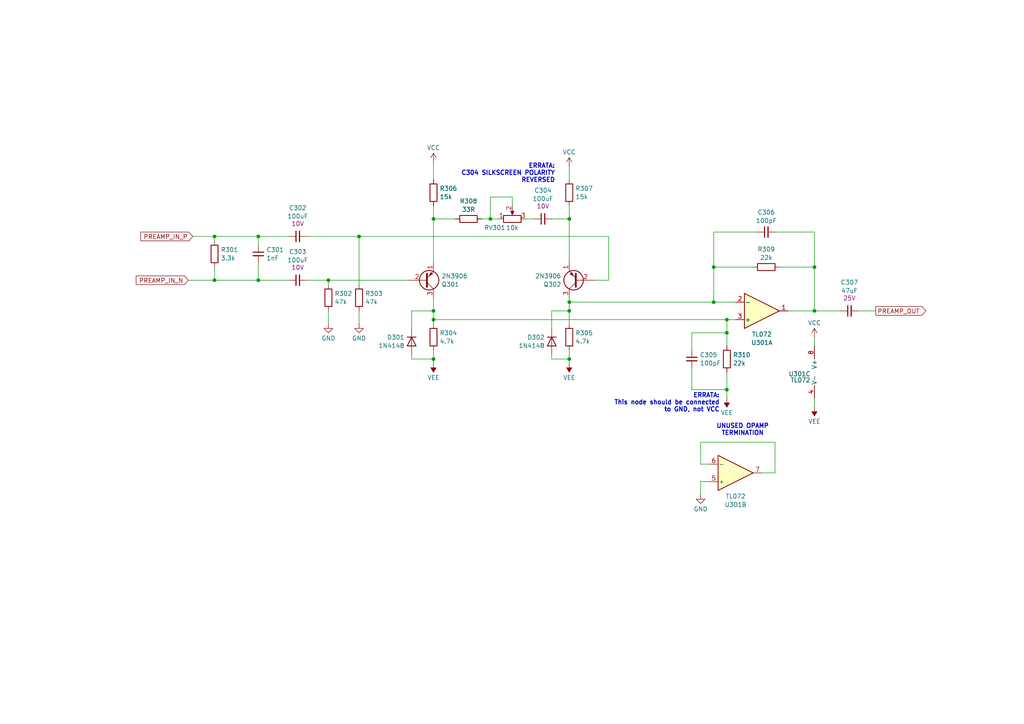
<source format=kicad_sch>
(kicad_sch (version 20231120) (generator "eeschema") (generator_version "8.0")
  (paper "A4")
  (title_block (title "Preamp. Circuit") (company "Soundstage"))
  (lib_symbols
    (symbol "Amplifier_Operational:TL072" (pin_names (offset 0.127))
      (property "Reference" "U" (at 0 5.08 0))
      (property "Value" "TL072" (at 0 -5.08 0))
      (symbol "TL072_1_1"
        (polyline (pts (xy -5.08 5.08) (xy 5.08 0) (xy -5.08 -5.08) (xy -5.08 5.08)) (stroke (width 0.254)) (fill (type background)))
        (pin output line (at 7.62 0 180) (length 2.54) (name "~") (number "1"))
        (pin input line (at -7.62 -2.54 0) (length 2.54) (name "-") (number "2"))
        (pin input line (at -7.62 2.54 0) (length 2.54) (name "+") (number "3"))
      )
      (symbol "TL072_2_1"
        (polyline (pts (xy -5.08 5.08) (xy 5.08 0) (xy -5.08 -5.08) (xy -5.08 5.08)) (stroke (width 0.254)) (fill (type background)))
        (pin input line (at -7.62 2.54 0) (length 2.54) (name "+") (number "5"))
        (pin input line (at -7.62 -2.54 0) (length 2.54) (name "-") (number "6"))
        (pin output line (at 7.62 0 180) (length 2.54) (name "~") (number "7"))
      )
      (symbol "TL072_3_1"
        (pin power_in line (at -2.54 -7.62 90) (length 3.81) (name "V-") (number "4"))
        (pin power_in line (at -2.54 7.62 270) (length 3.81) (name "V+") (number "8"))
      )
    )
    (symbol "Device:C_Small" (pin_numbers hide) (pin_names (offset 0.254) hide)
      (property "Reference" "C" (at 0.254 1.778 0))
      (property "Value" "C_Small" (at 0.254 -2.032 0))
      (symbol "C_Small_0_1"
        (polyline (pts (xy -1.524 -0.508) (xy 1.524 -0.508)) (stroke (width 0.3302)))
        (polyline (pts (xy -1.524 0.508) (xy 1.524 0.508)) (stroke (width 0.3048)))
      )
      (symbol "C_Small_1_1"
        (pin passive line (at 0 2.54 270) (length 2.032) (name "~") (number "1"))
        (pin passive line (at 0 -2.54 90) (length 2.032) (name "~") (number "2"))
      )
    )
    (symbol "Device:R" (pin_numbers hide) (pin_names (offset 0))
      (property "Reference" "R" (at 2.032 0 90))
      (property "Value" "R" (at 0 0 90))
      (symbol "R_0_1"
        (rectangle (start -1.016 -2.54) (end 1.016 2.54) (stroke (width 0.254)))
      )
      (symbol "R_1_1"
        (pin passive line (at 0 3.81 270) (length 1.27) (name "~") (number "1"))
        (pin passive line (at 0 -3.81 90) (length 1.27) (name "~") (number "2"))
      )
    )
    (symbol "Device:R_Potentiometer" (pin_names (offset 1.016) hide)
      (property "Reference" "RV" (at -4.445 0 90))
      (property "Value" "R_Potentiometer" (at -2.54 0 90))
      (symbol "R_Potentiometer_0_1"
        (polyline (pts (xy 2.54 0) (xy 1.524 0)))
        (polyline (pts (xy 1.143 0) (xy 2.286 0.508) (xy 2.286 -0.508) (xy 1.143 0)) (fill (type outline)))
        (rectangle (start 1.016 2.54) (end -1.016 -2.54) (stroke (width 0.254)))
      )
      (symbol "R_Potentiometer_1_1"
        (pin passive line (at 0 3.81 270) (length 1.27) (name "1") (number "1"))
        (pin passive line (at 3.81 0 180) (length 1.27) (name "2") (number "2"))
        (pin passive line (at 0 -3.81 90) (length 1.27) (name "3") (number "3"))
      )
    )
    (symbol "Diode:1N4148" (pin_numbers hide) (pin_names hide)
      (property "Reference" "D" (at 0 2.54 0))
      (property "Value" "1N4148" (at 0 -2.54 0))
      (symbol "1N4148_0_1"
        (polyline (pts (xy -1.27 1.27) (xy -1.27 -1.27)) (stroke (width 0.254)))
        (polyline (pts (xy 1.27 0) (xy -1.27 0)))
        (polyline (pts (xy 1.27 1.27) (xy 1.27 -1.27) (xy -1.27 0) (xy 1.27 1.27)) (stroke (width 0.254)))
      )
      (symbol "1N4148_1_1"
        (pin passive line (at -3.81 0 0) (length 2.54) (name "K") (number "1"))
        (pin passive line (at 3.81 0 180) (length 2.54) (name "A") (number "2"))
      )
    )
    (symbol "Transistor_BJT:2N3906" (pin_names (offset 0) hide)
      (property "Reference" "Q" (at 5.08 1.905 0))
      (property "Value" "2N3906" (at 5.08 0 0))
      (symbol "2N3906_0_1"
        (polyline (pts (xy 0.635 0.635) (xy 2.54 2.54)))
        (polyline (pts (xy 0.635 -0.635) (xy 2.54 -2.54) (xy 2.54 -2.54)))
        (polyline (pts (xy 0.635 1.905) (xy 0.635 -1.905) (xy 0.635 -1.905)) (stroke (width 0.508)))
        (polyline (pts (xy 2.286 -1.778) (xy 1.778 -2.286) (xy 1.27 -1.27) (xy 2.286 -1.778) (xy 2.286 -1.778)) (fill (type outline)))
        (circle (center 1.27 0) (radius 2.8194) (stroke (width 0.254)))
      )
      (symbol "2N3906_1_1"
        (pin passive line (at 2.54 -5.08 90) (length 2.54) (name "E") (number "1"))
        (pin input line (at -5.08 0 0) (length 5.715) (name "B") (number "2"))
        (pin passive line (at 2.54 5.08 270) (length 2.54) (name "C") (number "3"))
      )
    )
    (symbol "power:GND" (power) (pin_numbers hide) (pin_names (offset 0) hide)
      (property "Value" "GND" (at 0 -3.81 0))
      (symbol "GND_0_1"
        (polyline (pts (xy 0 0) (xy 0 -1.27) (xy 1.27 -1.27) (xy 0 -2.54) (xy -1.27 -1.27) (xy 0 -1.27)))
      )
      (symbol "GND_1_1"
        (pin power_in line (at 0 0 270) (length 0) (name "~") (number "1"))
      )
    )
    (symbol "power:VCC" (power) (pin_numbers hide) (pin_names (offset 0) hide)
      (property "Value" "VCC" (at 0 3.556 0))
      (symbol "VCC_0_1"
        (polyline (pts (xy -0.762 1.27) (xy 0 2.54)))
        (polyline (pts (xy 0 0) (xy 0 2.54)))
        (polyline (pts (xy 0 2.54) (xy 0.762 1.27)))
      )
      (symbol "VCC_1_1"
        (pin power_in line (at 0 0 90) (length 0) (name "~") (number "1"))
      )
    )
    (symbol "power:VEE" (power) (pin_numbers hide) (pin_names (offset 0) hide)
      (property "Value" "VEE" (at 0 3.556 0))
      (symbol "VEE_0_1"
        (polyline (pts (xy 0 0) (xy 0 2.54)))
        (polyline (pts (xy 0.762 1.27) (xy -0.762 1.27) (xy 0 2.54) (xy 0.762 1.27)) (fill (type outline)))
      )
      (symbol "VEE_1_1"
        (pin power_in line (at 0 0 90) (length 0) (name "~") (number "1"))
      )
    )
  )
  (junction (at 236.22 90.17))
  (junction (at 125.73 104.14))
  (junction (at 104.14 68.58))
  (junction (at 236.22 77.47))
  (junction (at 165.1 87.63))
  (junction (at 95.25 81.28))
  (junction (at 207.01 87.63))
  (junction (at 62.23 68.58))
  (junction (at 125.73 90.17))
  (junction (at 125.73 63.5))
  (junction (at 165.1 63.5))
  (junction (at 74.93 68.58))
  (junction (at 207.01 77.47))
  (junction (at 165.1 90.17))
  (junction (at 125.73 92.71))
  (junction (at 74.93 81.28))
  (junction (at 210.82 113.03))
  (junction (at 165.1 104.14))
  (junction (at 210.82 96.52))
  (junction (at 142.24 63.5))
  (junction (at 62.23 81.28))
  (junction (at 210.82 92.71))
  (wire (pts (xy 172.72 81.28) (xy 176.53 81.28)))
  (wire (pts (xy 148.59 59.69) (xy 148.59 57.15)))
  (wire (pts (xy 125.73 63.5) (xy 125.73 76.2)))
  (wire (pts (xy 207.01 67.31) (xy 207.01 77.47)))
  (wire (pts (xy 119.38 95.25) (xy 119.38 90.17)))
  (wire (pts (xy 210.82 113.03) (xy 210.82 107.95)))
  (wire (pts (xy 165.1 86.36) (xy 165.1 87.63)))
  (wire (pts (xy 119.38 90.17) (xy 125.73 90.17)))
  (wire (pts (xy 74.93 76.2) (xy 74.93 81.28)))
  (wire (pts (xy 236.22 97.79) (xy 236.22 100.33)))
  (wire (pts (xy 125.73 46.99) (xy 125.73 52.07)))
  (wire (pts (xy 95.25 90.17) (xy 95.25 93.98)))
  (wire (pts (xy 125.73 90.17) (xy 125.73 92.71)))
  (wire (pts (xy 218.44 77.47) (xy 207.01 77.47)))
  (wire (pts (xy 224.79 137.16) (xy 220.98 137.16)))
  (wire (pts (xy 74.93 68.58) (xy 74.93 71.12)))
  (wire (pts (xy 55.88 68.58) (xy 62.23 68.58)))
  (wire (pts (xy 88.9 68.58) (xy 104.14 68.58)))
  (wire (pts (xy 200.66 101.6) (xy 200.66 96.52)))
  (wire (pts (xy 205.74 134.62) (xy 203.2 134.62)))
  (wire (pts (xy 248.92 90.17) (xy 254 90.17)))
  (wire (pts (xy 165.1 104.14) (xy 165.1 105.41)))
  (wire (pts (xy 224.79 67.31) (xy 236.22 67.31)))
  (wire (pts (xy 160.02 90.17) (xy 160.02 95.25)))
  (wire (pts (xy 226.06 77.47) (xy 236.22 77.47)))
  (wire (pts (xy 203.2 139.7) (xy 203.2 143.51)))
  (wire (pts (xy 205.74 139.7) (xy 203.2 139.7)))
  (wire (pts (xy 207.01 87.63) (xy 213.36 87.63)))
  (wire (pts (xy 125.73 92.71) (xy 210.82 92.71)))
  (wire (pts (xy 125.73 63.5) (xy 132.08 63.5)))
  (wire (pts (xy 176.53 81.28) (xy 176.53 68.58)))
  (wire (pts (xy 62.23 68.58) (xy 62.23 69.85)))
  (wire (pts (xy 104.14 68.58) (xy 176.53 68.58)))
  (wire (pts (xy 125.73 92.71) (xy 125.73 93.98)))
  (wire (pts (xy 104.14 90.17) (xy 104.14 93.98)))
  (wire (pts (xy 210.82 92.71) (xy 213.36 92.71)))
  (wire (pts (xy 210.82 96.52) (xy 210.82 92.71)))
  (wire (pts (xy 160.02 104.14) (xy 165.1 104.14)))
  (wire (pts (xy 119.38 104.14) (xy 125.73 104.14)))
  (wire (pts (xy 236.22 118.11) (xy 236.22 115.57)))
  (wire (pts (xy 210.82 100.33) (xy 210.82 96.52)))
  (wire (pts (xy 236.22 67.31) (xy 236.22 77.47)))
  (wire (pts (xy 119.38 102.87) (xy 119.38 104.14)))
  (wire (pts (xy 219.71 67.31) (xy 207.01 67.31)))
  (wire (pts (xy 74.93 81.28) (xy 83.82 81.28)))
  (wire (pts (xy 160.02 63.5) (xy 165.1 63.5)))
  (wire (pts (xy 62.23 77.47) (xy 62.23 81.28)))
  (wire (pts (xy 152.4 63.5) (xy 154.94 63.5)))
  (wire (pts (xy 125.73 104.14) (xy 125.73 105.41)))
  (wire (pts (xy 88.9 81.28) (xy 95.25 81.28)))
  (wire (pts (xy 125.73 101.6) (xy 125.73 104.14)))
  (wire (pts (xy 165.1 101.6) (xy 165.1 104.14)))
  (wire (pts (xy 54.61 81.28) (xy 62.23 81.28)))
  (wire (pts (xy 210.82 113.03) (xy 210.82 115.57)))
  (wire (pts (xy 142.24 57.15) (xy 142.24 63.5)))
  (wire (pts (xy 165.1 63.5) (xy 165.1 76.2)))
  (wire (pts (xy 203.2 134.62) (xy 203.2 128.27)))
  (wire (pts (xy 95.25 81.28) (xy 118.11 81.28)))
  (wire (pts (xy 142.24 63.5) (xy 144.78 63.5)))
  (wire (pts (xy 165.1 48.26) (xy 165.1 52.07)))
  (wire (pts (xy 139.7 63.5) (xy 142.24 63.5)))
  (wire (pts (xy 200.66 113.03) (xy 210.82 113.03)))
  (wire (pts (xy 200.66 96.52) (xy 210.82 96.52)))
  (wire (pts (xy 207.01 77.47) (xy 207.01 87.63)))
  (wire (pts (xy 236.22 90.17) (xy 228.6 90.17)))
  (wire (pts (xy 165.1 87.63) (xy 207.01 87.63)))
  (wire (pts (xy 160.02 102.87) (xy 160.02 104.14)))
  (wire (pts (xy 62.23 68.58) (xy 74.93 68.58)))
  (wire (pts (xy 125.73 59.69) (xy 125.73 63.5)))
  (wire (pts (xy 104.14 68.58) (xy 104.14 82.55)))
  (wire (pts (xy 165.1 90.17) (xy 165.1 93.98)))
  (wire (pts (xy 203.2 128.27) (xy 224.79 128.27)))
  (wire (pts (xy 236.22 90.17) (xy 243.84 90.17)))
  (wire (pts (xy 165.1 90.17) (xy 160.02 90.17)))
  (wire (pts (xy 200.66 106.68) (xy 200.66 113.03)))
  (wire (pts (xy 165.1 87.63) (xy 165.1 90.17)))
  (wire (pts (xy 142.24 57.15) (xy 148.59 57.15)))
  (wire (pts (xy 74.93 68.58) (xy 83.82 68.58)))
  (wire (pts (xy 224.79 128.27) (xy 224.79 137.16)))
  (wire (pts (xy 236.22 77.47) (xy 236.22 90.17)))
  (wire (pts (xy 125.73 86.36) (xy 125.73 90.17)))
  (wire (pts (xy 62.23 81.28) (xy 74.93 81.28)))
  (wire (pts (xy 165.1 59.69) (xy 165.1 63.5)))
  (wire (pts (xy 95.25 81.28) (xy 95.25 82.55)))
  (text "ERRATA:\nThis node should be connected\n to GND, not VCC" (at 208.788 116.84 0) (effects (font (size 1.27 1.27) (thickness 0.254) (bold yes)) (justify right)))
  (text "UNUSED OPAMP\nTERMINATION" (at 215.392 124.714 0) (effects (font (size 1.27 1.27) (thickness 0.254) (bold yes))))
  (text "ERRATA:\nC304 SILKSCREEN POLARITY\nREVERSED" (at 161.036 50.292 0) (effects (font (size 1.27 1.27) (thickness 0.254) (bold yes)) (justify right)))
  (global_label "PREAMP_IN_N" (shape input) (at 54.61 81.28 180) (property "Intersheetrefs" "${INTERSHEET_REFS}" (effects (hide yes))))
  (global_label "PREAMP_IN_P" (shape input) (at 55.88 68.58 180) (property "Intersheetrefs" "${INTERSHEET_REFS}" (effects (hide yes))))
  (global_label "PREAMP_OUT" (shape output) (at 254 90.17 0) (property "Intersheetrefs" "${INTERSHEET_REFS}" (effects (hide yes))))
  (symbol (lib_id "power:VCC") (at 236.22 97.79 0) (unit 1)
    (property "Reference" "#PWR0309" (effects (hide yes)))
    (property "Value" "VCC" (at 236.22 93.6569 0))
    (property "Description" "Power symbol creates a global label with name \"VCC\"" (effects (hide yes)))
  )
  (symbol (lib_id "Diode:1N4148") (at 119.38 99.06 270) (unit 1)
    (property "Reference" "D301" (at 117.348 97.8478 90) (effects (justify right)))
    (property "Value" "1N4148" (at 117.348 100.2721 90) (effects (justify right)))
    (property "Footprint" "Diode_THT:D_DO-35_SOD27_P7.62mm_Horizontal" (effects (hide yes)))
    (property "Datasheet" "https://assets.nexperia.com/documents/data-sheet/1N4148_1N4448.pdf" (effects (hide yes)))
    (property "Description" "100V 0.15A standard switching diode, DO-35" (effects (hide yes)))
    (property "Sim.Device" "D" (effects (hide yes)))
    (property "Sim.Pins" "1=K 2=A" (effects (hide yes)))
    (property "Source" "MOUSER: 512-1N4148" (effects (hide yes)))
  )
  (symbol (lib_id "power:VEE") (at 165.1 105.41 180) (unit 1)
    (property "Reference" "#PWR0304" (effects (hide yes)))
    (property "Value" "VEE" (at 165.1 109.5431 0))
    (property "Description" "Power symbol creates a global label with name \"VEE\"" (effects (hide yes)))
  )
  (symbol (lib_id "Device:R") (at 95.25 86.36 180) (unit 1)
    (property "Reference" "R302" (at 97.028 85.1478 0) (effects (justify right)))
    (property "Value" "47k" (at 97.028 87.5721 0) (effects (justify right)))
    (property "Footprint" "Resistor_THT:R_Axial_DIN0207_L6.3mm_D2.5mm_P7.62mm_Horizontal" (effects (hide yes)))
    (property "Description" "Resistor" (effects (hide yes)))
    (property "Source" "MOUSER: 603-MFR-25FBF52-47K" (effects (hide yes)))
  )
  (symbol (lib_id "power:GND") (at 203.2 143.51 0) (unit 1)
    (property "Reference" "#PWR0310" (effects (hide yes)))
    (property "Value" "GND" (at 203.2 147.6431 0))
    (property "Description" "Power symbol creates a global label with name \"GND\" , ground" (effects (hide yes)))
  )
  (symbol (lib_id "Device:R") (at 104.14 86.36 180) (unit 1)
    (property "Reference" "R303" (at 105.918 85.1478 0) (effects (justify right)))
    (property "Value" "47k" (at 105.918 87.5721 0) (effects (justify right)))
    (property "Footprint" "Resistor_THT:R_Axial_DIN0207_L6.3mm_D2.5mm_P7.62mm_Horizontal" (effects (hide yes)))
    (property "Description" "Resistor" (effects (hide yes)))
    (property "Source" "MOUSER: 603-MFR-25FBF52-47K" (effects (hide yes)))
  )
  (symbol (lib_id "power:VEE") (at 125.73 105.41 180) (unit 1)
    (property "Reference" "#PWR0303" (effects (hide yes)))
    (property "Value" "VEE" (at 125.73 109.5431 0))
    (property "Description" "Power symbol creates a global label with name \"VEE\"" (effects (hide yes)))
  )
  (symbol (lib_id "Device:R") (at 222.25 77.47 270) (unit 1)
    (property "Reference" "R309" (at 222.25 72.3095 90))
    (property "Value" "22k" (at 222.25 74.7338 90))
    (property "Footprint" "Resistor_THT:R_Axial_DIN0207_L6.3mm_D2.5mm_P7.62mm_Horizontal" (effects (hide yes)))
    (property "Description" "Resistor" (effects (hide yes)))
    (property "Source" "MOUSER: 603-MFR-25FTF52-22K" (effects (hide yes)))
  )
  (symbol (lib_id "Transistor_BJT:2N3906") (at 167.64 81.28 180) (unit 1)
    (property "Reference" "Q302" (at 162.7886 82.4922 0) (effects (justify left)))
    (property "Value" "2N3906" (at 162.7886 80.0679 0) (effects (justify left)))
    (property "Footprint" "Package_TO_SOT_THT:TO-92_Inline_Wide" (effects (hide yes)))
    (property "Datasheet" "https://www.onsemi.com/pub/Collateral/2N3906-D.PDF" (effects (hide yes)))
    (property "Description" "-0.2A Ic, -40V Vce, Small Signal PNP Transistor, TO-92" (effects (hide yes)))
    (property "Source" "MOUSER: 637-2N3906" (effects (hide yes)))
  )
  (symbol (lib_id "Amplifier_Operational:TL072") (at 213.36 137.16 0) (mirror x) (unit 2)
    (property "Reference" "U301" (at 213.36 146.3845 0))
    (property "Value" "TL072" (at 213.36 143.9602 0))
    (property "Footprint" "Package_DIP:DIP-8_W7.62mm_LongPads" (effects (hide yes)))
    (property "Datasheet" "http://www.ti.com/lit/ds/symlink/tl071.pdf" (effects (hide yes)))
    (property "Description" "Dual Low-Noise JFET-Input Operational Amplifiers, DIP-8/SOIC-8" (effects (hide yes)))
    (property "Source" "MOUSER: 595-TL072CP" (effects (hide yes)))
  )
  (symbol (lib_id "Device:R") (at 165.1 55.88 180) (unit 1)
    (property "Reference" "R307" (at 166.878 54.6678 0) (effects (justify right)))
    (property "Value" "15k" (at 166.878 57.0921 0) (effects (justify right)))
    (property "Footprint" "Resistor_THT:R_Axial_DIN0207_L6.3mm_D2.5mm_P7.62mm_Horizontal" (effects (hide yes)))
    (property "Description" "Resistor" (effects (hide yes)))
    (property "Source" "MOUSER: 603-MFR-25FRF5215K" (effects (hide yes)))
  )
  (symbol (lib_id "Device:C_Small") (at 246.38 90.17 90) (unit 1)
    (property "Reference" "C307" (at 246.38 81.9037 90))
    (property "Value" "47uF" (at 246.38 84.328 90))
    (property "Footprint" "Capacitor_THT:CP_Radial_D5.0mm_P2.00mm" (effects (hide yes)))
    (property "Datasheet" "25PK47MEFC5X11" (effects (hide yes)))
    (property "Description" "Unpolarized capacitor, small symbol" (effects (hide yes)))
    (property "Voltage" "25V" (at 246.38 86.4757 90))
    (property "PartNo." "MOUSER: 232-25PK47MEFC5X11 " (effects (hide yes)))
    (property "Source" "MOUSER: 232-25PK47MEFC5X11 " (effects (hide yes)))
  )
  (symbol (lib_id "power:VEE") (at 236.22 118.11 180) (unit 1)
    (property "Reference" "#PWR0308" (effects (hide yes)))
    (property "Value" "VEE" (at 236.22 122.2431 0))
    (property "Description" "Power symbol creates a global label with name \"VEE\"" (effects (hide yes)))
  )
  (symbol (lib_id "Transistor_BJT:2N3906") (at 123.19 81.28 0) (mirror x) (unit 1)
    (property "Reference" "Q301" (at 128.0414 82.4922 0) (effects (justify left)))
    (property "Value" "2N3906" (at 128.0414 80.0679 0) (effects (justify left)))
    (property "Footprint" "Package_TO_SOT_THT:TO-92_Inline_Wide" (effects (hide yes)))
    (property "Datasheet" "https://www.onsemi.com/pub/Collateral/2N3906-D.PDF" (effects (hide yes)))
    (property "Description" "-0.2A Ic, -40V Vce, Small Signal PNP Transistor, TO-92" (effects (hide yes)))
    (property "Source" "MOUSER: 637-2N3906" (effects (hide yes)))
  )
  (symbol (lib_id "Device:C_Small") (at 200.66 104.14 0) (unit 1)
    (property "Reference" "C305" (at 202.9841 102.9341 0) (effects (justify left)))
    (property "Value" "100pF" (at 202.9841 105.3584 0) (effects (justify left)))
    (property "Footprint" "Capacitor_THT:C_Disc_D5.0mm_W2.5mm_P2.50mm" (effects (hide yes)))
    (property "Datasheet" "FG18C0G1H101JNT00" (effects (hide yes)))
    (property "Description" "Unpolarized capacitor, small symbol" (effects (hide yes)))
    (property "Source" "MOUSER: 810-FG18C0G1H101JNT0 " (effects (hide yes)))
  )
  (symbol (lib_id "Device:C_Small") (at 86.36 68.58 90) (unit 1)
    (property "Reference" "C302" (at 86.36 60.3137 90))
    (property "Value" "100uF" (at 86.36 62.738 90))
    (property "Footprint" "Capacitor_THT:CP_Radial_D5.0mm_P2.00mm" (effects (hide yes)))
    (property "Datasheet" "25PX100MEFC5X11" (effects (hide yes)))
    (property "Description" "Unpolarized capacitor, small symbol" (effects (hide yes)))
    (property "Voltage" "10V" (at 86.36 64.8857 90))
    (property "Source" "MOUSER: 232-25PX100MEFC5X11" (effects (hide yes)))
  )
  (symbol (lib_id "power:VCC") (at 165.1 48.26 0) (unit 1)
    (property "Reference" "#PWR0306" (effects (hide yes)))
    (property "Value" "VCC" (at 165.1 44.1269 0))
    (property "Description" "Power symbol creates a global label with name \"VCC\"" (effects (hide yes)))
  )
  (symbol (lib_id "Amplifier_Operational:TL072") (at 233.68 107.95 0) (mirror y) (unit 3)
    (property "Reference" "U301" (at 231.902 108.458 0))
    (property "Value" "TL072" (at 232.156 110.236 0))
    (property "Footprint" "Package_DIP:DIP-8_W7.62mm_LongPads" (effects (hide yes)))
    (property "Datasheet" "http://www.ti.com/lit/ds/symlink/tl071.pdf" (effects (hide yes)))
    (property "Description" "Dual Low-Noise JFET-Input Operational Amplifiers, DIP-8/SOIC-8" (effects (hide yes)))
    (property "Source" "MOUSER: 595-TL072CP" (effects (hide yes)))
  )
  (symbol (lib_id "power:VEE") (at 210.82 115.57 180) (unit 1)
    (property "Reference" "#PWR0307" (effects (hide yes)))
    (property "Value" "VEE" (at 210.82 119.7031 0))
    (property "Description" "Power symbol creates a global label with name \"VEE\"" (effects (hide yes)))
  )
  (symbol (lib_id "Device:R") (at 125.73 97.79 180) (unit 1)
    (property "Reference" "R304" (at 127.508 96.5778 0) (effects (justify right)))
    (property "Value" "4.7k" (at 127.508 99.0021 0) (effects (justify right)))
    (property "Footprint" "Resistor_THT:R_Axial_DIN0207_L6.3mm_D2.5mm_P7.62mm_Horizontal" (effects (hide yes)))
    (property "Description" "Resistor" (effects (hide yes)))
    (property "Source" "MOUSER: 603-MFR-25FTF52-4K7" (effects (hide yes)))
  )
  (symbol (lib_id "Device:R") (at 62.23 73.66 180) (unit 1)
    (property "Reference" "R301" (at 64.008 72.4478 0) (effects (justify right)))
    (property "Value" "3.3k" (at 64.008 74.8721 0) (effects (justify right)))
    (property "Footprint" "Resistor_THT:R_Axial_DIN0207_L6.3mm_D2.5mm_P7.62mm_Horizontal" (effects (hide yes)))
    (property "Description" "Resistor" (effects (hide yes)))
    (property "Source" "MOUSER: 603-MFR-25FRF52-3K3" (effects (hide yes)))
  )
  (symbol (lib_id "Device:C_Small") (at 74.93 73.66 0) (unit 1)
    (property "Reference" "C301" (at 77.2541 72.4541 0) (effects (justify left)))
    (property "Value" "1nF" (at 77.2541 74.8784 0) (effects (justify left)))
    (property "Footprint" "Capacitor_THT:C_Disc_D6.0mm_W4.4mm_P5.00mm" (effects (hide yes)))
    (property "Datasheet" "FG28C0G1H102JNT06" (effects (hide yes)))
    (property "Description" "Unpolarized capacitor, small symbol" (effects (hide yes)))
    (property "Source" "MOUSER: 810-FG28C0G1H102JNT6" (effects (hide yes)))
  )
  (symbol (lib_id "Device:R") (at 125.73 55.88 180) (unit 1)
    (property "Reference" "R306" (at 127.508 54.6678 0) (effects (justify right)))
    (property "Value" "15k" (at 127.508 57.0921 0) (effects (justify right)))
    (property "Footprint" "Resistor_THT:R_Axial_DIN0207_L6.3mm_D2.5mm_P7.62mm_Horizontal" (effects (hide yes)))
    (property "Description" "Resistor" (effects (hide yes)))
    (property "Source" "MOUSER: 603-MFR-25FRF5215K" (effects (hide yes)))
  )
  (symbol (lib_id "Diode:1N4148") (at 160.02 99.06 270) (unit 1)
    (property "Reference" "D302" (at 157.988 97.8478 90) (effects (justify right)))
    (property "Value" "1N4148" (at 157.988 100.2721 90) (effects (justify right)))
    (property "Footprint" "Diode_THT:D_DO-35_SOD27_P7.62mm_Horizontal" (effects (hide yes)))
    (property "Datasheet" "https://assets.nexperia.com/documents/data-sheet/1N4148_1N4448.pdf" (effects (hide yes)))
    (property "Description" "100V 0.15A standard switching diode, DO-35" (effects (hide yes)))
    (property "Sim.Device" "D" (effects (hide yes)))
    (property "Sim.Pins" "1=K 2=A" (effects (hide yes)))
    (property "Source" "MOUSER: 512-1N4148" (effects (hide yes)))
  )
  (symbol (lib_id "Device:R") (at 165.1 97.79 180) (unit 1)
    (property "Reference" "R305" (at 166.878 96.5778 0) (effects (justify right)))
    (property "Value" "4.7k" (at 166.878 99.0021 0) (effects (justify right)))
    (property "Footprint" "Resistor_THT:R_Axial_DIN0207_L6.3mm_D2.5mm_P7.62mm_Horizontal" (effects (hide yes)))
    (property "Description" "Resistor" (effects (hide yes)))
    (property "Source" "MOUSER: 603-MFR-25FTF52-4K7" (effects (hide yes)))
  )
  (symbol (lib_id "Device:R") (at 135.89 63.5 270) (unit 1)
    (property "Reference" "R308" (at 135.89 58.3395 90))
    (property "Value" "33R" (at 135.89 60.7638 90))
    (property "Footprint" "Resistor_THT:R_Axial_DIN0207_L6.3mm_D2.5mm_P7.62mm_Horizontal" (effects (hide yes)))
    (property "Description" "Resistor" (effects (hide yes)))
    (property "Source" "MOUSER: 603-MFR-25FBF52-33R" (effects (hide yes)))
  )
  (symbol (lib_id "Device:C_Small") (at 222.25 67.31 90) (unit 1)
    (property "Reference" "C306" (at 222.2563 61.6034 90))
    (property "Value" "100pF" (at 222.2563 64.0277 90))
    (property "Footprint" "Capacitor_THT:C_Disc_D5.0mm_W2.5mm_P2.50mm" (effects (hide yes)))
    (property "Datasheet" "FG18C0G1H101JNT00" (effects (hide yes)))
    (property "Description" "Unpolarized capacitor, small symbol" (effects (hide yes)))
    (property "Source" "MOUSER: 810-FG18C0G1H101JNT0 " (effects (hide yes)))
  )
  (symbol (lib_id "power:VCC") (at 125.73 46.99 0) (unit 1)
    (property "Reference" "#PWR0305" (effects (hide yes)))
    (property "Value" "VCC" (at 125.73 42.8569 0))
    (property "Description" "Power symbol creates a global label with name \"VCC\"" (effects (hide yes)))
  )
  (symbol (lib_id "Device:C_Small") (at 86.36 81.28 90) (unit 1)
    (property "Reference" "C303" (at 86.36 73.0137 90))
    (property "Value" "100uF" (at 86.36 75.438 90))
    (property "Footprint" "Capacitor_THT:CP_Radial_D5.0mm_P2.00mm" (effects (hide yes)))
    (property "Datasheet" "25PX100MEFC5X11" (effects (hide yes)))
    (property "Description" "Unpolarized capacitor, small symbol" (effects (hide yes)))
    (property "Voltage" "10V" (at 86.36 77.5857 90))
    (property "Source" "MOUSER: 232-25PX100MEFC5X11" (effects (hide yes)))
  )
  (symbol (lib_id "power:GND") (at 95.25 93.98 0) (unit 1)
    (property "Reference" "#PWR0301" (effects (hide yes)))
    (property "Value" "GND" (at 95.25 98.1131 0))
    (property "Description" "Power symbol creates a global label with name \"GND\" , ground" (effects (hide yes)))
  )
  (symbol (lib_id "power:GND") (at 104.14 93.98 0) (unit 1)
    (property "Reference" "#PWR0302" (effects (hide yes)))
    (property "Value" "GND" (at 104.14 98.1131 0))
    (property "Description" "Power symbol creates a global label with name \"GND\" , ground" (effects (hide yes)))
  )
  (symbol (lib_id "Device:C_Small") (at 157.48 63.5 90) (unit 1)
    (property "Reference" "C304" (at 157.48 55.2337 90))
    (property "Value" "100uF" (at 157.48 57.658 90))
    (property "Footprint" "Capacitor_THT:CP_Radial_D5.0mm_P2.00mm" (effects (hide yes)))
    (property "Datasheet" "25PX100MEFC5X11" (effects (hide yes)))
    (property "Description" "Unpolarized capacitor, small symbol" (effects (hide yes)))
    (property "Voltage" "10V" (at 157.48 59.8057 90))
    (property "Source" "MOUSER: 232-25PX100MEFC5X11" (effects (hide yes)))
  )
  (symbol (lib_id "Device:R") (at 210.82 104.14 0) (unit 1)
    (property "Reference" "R310" (at 212.598 102.9278 0) (effects (justify left)))
    (property "Value" "22k" (at 212.598 105.3521 0) (effects (justify left)))
    (property "Footprint" "Resistor_THT:R_Axial_DIN0207_L6.3mm_D2.5mm_P7.62mm_Horizontal" (effects (hide yes)))
    (property "Description" "Resistor" (effects (hide yes)))
    (property "Source" "MOUSER: 603-MFR-25FTF52-22K" (effects (hide yes)))
  )
  (symbol (lib_id "Device:R_Potentiometer") (at 148.59 63.5 90) (unit 1)
    (property "Reference" "RV301" (at 143.51 66.04 90))
    (property "Value" "10k" (at 148.59 66.04 90))
    (property "Footprint" "Connector_JST:JST_XH_B3B-XH-A_1x03_P2.50mm_Vertical" (effects (hide yes)))
    (property "Description" "Potentiometer" (effects (hide yes)))
    (property "Source" "MOUSER: 306-B3BXHALFSNP" (effects (hide yes)))
  )
  (symbol (lib_id "Amplifier_Operational:TL072") (at 220.98 90.17 0) (mirror x) (unit 1)
    (property "Reference" "U301" (at 220.98 99.3945 0))
    (property "Value" "TL072" (at 220.98 96.9702 0))
    (property "Footprint" "Package_DIP:DIP-8_W7.62mm_LongPads" (effects (hide yes)))
    (property "Datasheet" "http://www.ti.com/lit/ds/symlink/tl071.pdf" (effects (hide yes)))
    (property "Description" "Dual Low-Noise JFET-Input Operational Amplifiers, DIP-8/SOIC-8" (effects (hide yes)))
    (property "Source" "MOUSER: 595-TL072CP" (effects (hide yes)))
  )
)
</source>
